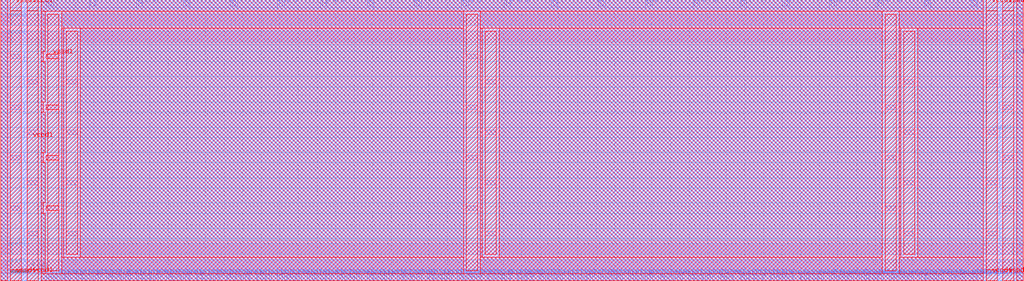
<source format=lef>
##
## LEF for PtnCells ;
## created by Innovus v19.11-s128_1 on Tue Nov 23 23:00:15 2021
##

VERSION 5.7 ;

BUSBITCHARS "[]" ;
DIVIDERCHAR "/" ;

MACRO N_term_RAM_IO
  CLASS BLOCK ;
  SIZE 109.940000 BY 30.260000 ;
  FOREIGN N_term_RAM_IO 0.000000 0.000000 ;
  ORIGIN 0 0 ;
  SYMMETRY X Y R90 ;
  PIN N1END[3]
    DIRECTION INPUT ;
    USE SIGNAL ;
    ANTENNAPARTIALMETALAREA 1.2242 LAYER met2  ;
    ANTENNAPARTIALMETALSIDEAREA 6.013 LAYER met2  ;
    ANTENNAMODEL OXIDE1 ;
    ANTENNAGATEAREA 0.7425 LAYER met2  ;
    ANTENNAMAXAREACAR 4.55946 LAYER met2  ;
    ANTENNAMAXSIDEAREACAR 21.4162 LAYER met2  ;
    ANTENNAMAXCUTCAR 0.0692256 LAYER via2  ;
    PORT
      LAYER met2 ;
        RECT 8.320000 0.000000 8.700000 0.700000 ;
    END
  END N1END[3]
  PIN N1END[2]
    DIRECTION INPUT ;
    USE SIGNAL ;
    ANTENNAPARTIALMETALAREA 0.877 LAYER met2  ;
    ANTENNAPARTIALMETALSIDEAREA 4.277 LAYER met2  ;
    ANTENNAMODEL OXIDE1 ;
    ANTENNAGATEAREA 0.7425 LAYER met2  ;
    ANTENNAMAXAREACAR 3.51697 LAYER met2  ;
    ANTENNAMAXSIDEAREACAR 14.9125 LAYER met2  ;
    ANTENNAMAXCUTCAR 0.0692256 LAYER via2  ;
    PORT
      LAYER met2 ;
        RECT 6.940000 0.000000 7.320000 0.700000 ;
    END
  END N1END[2]
  PIN N1END[1]
    DIRECTION INPUT ;
    USE SIGNAL ;
    ANTENNAPARTIALMETALAREA 1.703 LAYER met2  ;
    ANTENNAPARTIALMETALSIDEAREA 8.407 LAYER met2  ;
    ANTENNAMODEL OXIDE1 ;
    ANTENNAGATEAREA 0.7425 LAYER met2  ;
    ANTENNAMAXAREACAR 4.35037 LAYER met2  ;
    ANTENNAMAXSIDEAREACAR 19.0795 LAYER met2  ;
    ANTENNAMAXCUTCAR 0.0692256 LAYER via2  ;
    PORT
      LAYER met2 ;
        RECT 6.020000 0.000000 6.400000 0.700000 ;
    END
  END N1END[1]
  PIN N1END[0]
    DIRECTION INPUT ;
    USE SIGNAL ;
    ANTENNAPARTIALMETALAREA 1.0548 LAYER met2  ;
    ANTENNAPARTIALMETALSIDEAREA 5.166 LAYER met2  ;
    ANTENNAMODEL OXIDE1 ;
    ANTENNAGATEAREA 0.7425 LAYER met2  ;
    ANTENNAMAXAREACAR 5.19832 LAYER met2  ;
    ANTENNAMAXSIDEAREACAR 23.6168 LAYER met2  ;
    ANTENNAMAXCUTCAR 0.0692256 LAYER via2  ;
    PORT
      LAYER met2 ;
        RECT 5.100000 0.000000 5.480000 0.700000 ;
    END
  END N1END[0]
  PIN N2MID[7]
    DIRECTION INPUT ;
    USE SIGNAL ;
    ANTENNAPARTIALMETALAREA 1.3194 LAYER met2  ;
    ANTENNAPARTIALMETALSIDEAREA 6.489 LAYER met2  ;
    ANTENNAMODEL OXIDE1 ;
    ANTENNAGATEAREA 0.7425 LAYER met2  ;
    ANTENNAMAXAREACAR 7.00626 LAYER met2  ;
    ANTENNAMAXSIDEAREACAR 32.2539 LAYER met2  ;
    ANTENNAMAXCUTCAR 0.0692256 LAYER via2  ;
    PORT
      LAYER met2 ;
        RECT 16.600000 0.000000 16.980000 0.700000 ;
    END
  END N2MID[7]
  PIN N2MID[6]
    DIRECTION INPUT ;
    USE SIGNAL ;
    ANTENNAPARTIALMETALAREA 2.1693 LAYER met2  ;
    ANTENNAPARTIALMETALSIDEAREA 10.6855 LAYER met2  ;
    ANTENNAPARTIALCUTAREA 0.04 LAYER via2  ;
    ANTENNAPARTIALMETALAREA 7.1568 LAYER met3  ;
    ANTENNAPARTIALMETALSIDEAREA 38.64 LAYER met3  ;
    ANTENNAMODEL OXIDE1 ;
    ANTENNAGATEAREA 0.7425 LAYER met3  ;
    ANTENNAMAXAREACAR 10.5099 LAYER met3  ;
    ANTENNAMAXSIDEAREACAR 55.0209 LAYER met3  ;
    ANTENNAMAXCUTCAR 0.123098 LAYER via3  ;
    PORT
      LAYER met2 ;
        RECT 15.680000 0.000000 16.060000 0.700000 ;
    END
  END N2MID[6]
  PIN N2MID[5]
    DIRECTION INPUT ;
    USE SIGNAL ;
    ANTENNAPARTIALMETALAREA 1.1445 LAYER met2  ;
    ANTENNAPARTIALMETALSIDEAREA 5.5615 LAYER met2  ;
    ANTENNAPARTIALCUTAREA 0.04 LAYER via2  ;
    ANTENNAPARTIALMETALAREA 7.4328 LAYER met3  ;
    ANTENNAPARTIALMETALSIDEAREA 40.112 LAYER met3  ;
    ANTENNAMODEL OXIDE1 ;
    ANTENNAGATEAREA 0.7425 LAYER met3  ;
    ANTENNAMAXAREACAR 11.3033 LAYER met3  ;
    ANTENNAMAXSIDEAREACAR 59.0209 LAYER met3  ;
    ANTENNAMAXCUTCAR 0.123098 LAYER via3  ;
    PORT
      LAYER met2 ;
        RECT 14.760000 0.000000 15.140000 0.700000 ;
    END
  END N2MID[5]
  PIN N2MID[4]
    DIRECTION INPUT ;
    USE SIGNAL ;
    ANTENNAPARTIALMETALAREA 1.5574 LAYER met2  ;
    ANTENNAPARTIALMETALSIDEAREA 7.679 LAYER met2  ;
    ANTENNAMODEL OXIDE1 ;
    ANTENNAGATEAREA 0.7425 LAYER met2  ;
    ANTENNAMAXAREACAR 5.87037 LAYER met2  ;
    ANTENNAMAXSIDEAREACAR 27.5724 LAYER met2  ;
    ANTENNAMAXCUTCAR 0.0692256 LAYER via2  ;
    PORT
      LAYER met2 ;
        RECT 13.380000 0.000000 13.760000 0.700000 ;
    END
  END N2MID[4]
  PIN N2MID[3]
    DIRECTION INPUT ;
    USE SIGNAL ;
    ANTENNAPARTIALMETALAREA 2.4142 LAYER met2  ;
    ANTENNAPARTIALMETALSIDEAREA 11.963 LAYER met2  ;
    ANTENNAMODEL OXIDE1 ;
    ANTENNAGATEAREA 0.7425 LAYER met2  ;
    ANTENNAMAXAREACAR 8.15704 LAYER met2  ;
    ANTENNAMAXSIDEAREACAR 39.404 LAYER met2  ;
    ANTENNAMAXCUTCAR 0.0692256 LAYER via2  ;
    PORT
      LAYER met2 ;
        RECT 12.460000 0.000000 12.840000 0.700000 ;
    END
  END N2MID[3]
  PIN N2MID[2]
    DIRECTION INPUT ;
    USE SIGNAL ;
    ANTENNAPARTIALMETALAREA 0.7175 LAYER met2  ;
    ANTENNAPARTIALMETALSIDEAREA 3.4265 LAYER met2  ;
    ANTENNAPARTIALCUTAREA 0.04 LAYER via2  ;
    ANTENNAPARTIALMETALAREA 10.1448 LAYER met3  ;
    ANTENNAPARTIALMETALSIDEAREA 54.576 LAYER met3  ;
    ANTENNAMODEL OXIDE1 ;
    ANTENNAGATEAREA 0.7425 LAYER met3  ;
    ANTENNAMAXAREACAR 16.8018 LAYER met3  ;
    ANTENNAMAXSIDEAREACAR 87.7306 LAYER met3  ;
    ANTENNAMAXCUTCAR 0.123098 LAYER via3  ;
    PORT
      LAYER met2 ;
        RECT 11.540000 0.000000 11.920000 0.700000 ;
    END
  END N2MID[2]
  PIN N2MID[1]
    DIRECTION INPUT ;
    USE SIGNAL ;
    ANTENNAPARTIALMETALAREA 1.9858 LAYER met2  ;
    ANTENNAPARTIALMETALSIDEAREA 9.821 LAYER met2  ;
    ANTENNAMODEL OXIDE1 ;
    ANTENNAGATEAREA 0.7425 LAYER met2  ;
    ANTENNAMAXAREACAR 7.31987 LAYER met2  ;
    ANTENNAMAXSIDEAREACAR 35.2182 LAYER met2  ;
    ANTENNAMAXCUTCAR 0.0692256 LAYER via2  ;
    PORT
      LAYER met2 ;
        RECT 10.160000 0.000000 10.540000 0.700000 ;
    END
  END N2MID[1]
  PIN N2MID[0]
    DIRECTION INPUT ;
    USE SIGNAL ;
    ANTENNAPARTIALMETALAREA 1.6569 LAYER met2  ;
    ANTENNAPARTIALMETALSIDEAREA 8.1235 LAYER met2  ;
    ANTENNAPARTIALCUTAREA 0.04 LAYER via2  ;
    ANTENNAPARTIALMETALAREA 8.9508 LAYER met3  ;
    ANTENNAPARTIALMETALSIDEAREA 48.208 LAYER met3  ;
    ANTENNAMODEL OXIDE1 ;
    ANTENNAGATEAREA 0.7425 LAYER met3  ;
    ANTENNAMAXAREACAR 13.101 LAYER met3  ;
    ANTENNAMAXSIDEAREACAR 68.7838 LAYER met3  ;
    ANTENNAMAXCUTCAR 0.123098 LAYER via3  ;
    PORT
      LAYER met2 ;
        RECT 9.240000 0.000000 9.620000 0.700000 ;
    END
  END N2MID[0]
  PIN N2END[7]
    DIRECTION INPUT ;
    USE SIGNAL ;
    ANTENNAPARTIALMETALAREA 1.2242 LAYER met2  ;
    ANTENNAPARTIALMETALSIDEAREA 6.013 LAYER met2  ;
    ANTENNAMODEL OXIDE1 ;
    ANTENNAGATEAREA 0.7425 LAYER met2  ;
    ANTENNAMAXAREACAR 2.28034 LAYER met2  ;
    ANTENNAMAXSIDEAREACAR 9.62222 LAYER met2  ;
    ANTENNAMAXCUTCAR 0.0692256 LAYER via2  ;
    PORT
      LAYER met2 ;
        RECT 25.340000 0.000000 25.720000 0.700000 ;
    END
  END N2END[7]
  PIN N2END[6]
    DIRECTION INPUT ;
    USE SIGNAL ;
    ANTENNAPARTIALMETALAREA 0.8434 LAYER met2  ;
    ANTENNAPARTIALMETALSIDEAREA 4.109 LAYER met2  ;
    ANTENNAMODEL OXIDE1 ;
    ANTENNAGATEAREA 0.7425 LAYER met2  ;
    ANTENNAMAXAREACAR 1.99327 LAYER met2  ;
    ANTENNAMAXSIDEAREACAR 8.58519 LAYER met2  ;
    ANTENNAMAXCUTCAR 0.0692256 LAYER via2  ;
    PORT
      LAYER met2 ;
        RECT 24.420000 0.000000 24.800000 0.700000 ;
    END
  END N2END[6]
  PIN N2END[5]
    DIRECTION INPUT ;
    USE SIGNAL ;
    ANTENNAPARTIALMETALAREA 1.129 LAYER met2  ;
    ANTENNAPARTIALMETALSIDEAREA 5.537 LAYER met2  ;
    ANTENNAMODEL OXIDE1 ;
    ANTENNAGATEAREA 0.7425 LAYER met2  ;
    ANTENNAMAXAREACAR 4.19333 LAYER met2  ;
    ANTENNAMAXSIDEAREACAR 18.5919 LAYER met2  ;
    ANTENNAMAXCUTCAR 0.0692256 LAYER via2  ;
    PORT
      LAYER met2 ;
        RECT 23.040000 0.000000 23.420000 0.700000 ;
    END
  END N2END[5]
  PIN N2END[4]
    DIRECTION INPUT ;
    USE SIGNAL ;
    ANTENNAPARTIALMETALAREA 1.5098 LAYER met2  ;
    ANTENNAPARTIALMETALSIDEAREA 7.441 LAYER met2  ;
    ANTENNAMODEL OXIDE1 ;
    ANTENNAGATEAREA 0.7425 LAYER met2  ;
    ANTENNAMAXAREACAR 5.25145 LAYER met2  ;
    ANTENNAMAXSIDEAREACAR 24.8761 LAYER met2  ;
    ANTENNAMAXCUTCAR 0.0692256 LAYER via2  ;
    PORT
      LAYER met2 ;
        RECT 22.120000 0.000000 22.500000 0.700000 ;
    END
  END N2END[4]
  PIN N2END[3]
    DIRECTION INPUT ;
    USE SIGNAL ;
    ANTENNAPARTIALMETALAREA 0.9174 LAYER met2  ;
    ANTENNAPARTIALMETALSIDEAREA 4.361 LAYER met2  ;
    ANTENNAMODEL OXIDE1 ;
    ANTENNAGATEAREA 0.7425 LAYER met2  ;
    ANTENNAMAXAREACAR 3.82162 LAYER met2  ;
    ANTENNAMAXSIDEAREACAR 16.5744 LAYER met2  ;
    ANTENNAMAXCUTCAR 0.0692256 LAYER via2  ;
    PORT
      LAYER met2 ;
        RECT 21.200000 0.000000 21.580000 0.700000 ;
    END
  END N2END[3]
  PIN N2END[2]
    DIRECTION INPUT ;
    USE SIGNAL ;
    ANTENNAPARTIALMETALAREA 2.067 LAYER met2  ;
    ANTENNAPARTIALMETALSIDEAREA 10.227 LAYER met2  ;
    ANTENNAMODEL OXIDE1 ;
    ANTENNAGATEAREA 0.7425 LAYER met2  ;
    ANTENNAMAXAREACAR 4.59818 LAYER met2  ;
    ANTENNAMAXSIDEAREACAR 20.9138 LAYER met2  ;
    ANTENNAMAXCUTCAR 0.0692256 LAYER via2  ;
    PORT
      LAYER met2 ;
        RECT 19.820000 0.000000 20.200000 0.700000 ;
    END
  END N2END[2]
  PIN N2END[1]
    DIRECTION INPUT ;
    USE SIGNAL ;
    ANTENNAPARTIALMETALAREA 1.717 LAYER met2  ;
    ANTENNAPARTIALMETALSIDEAREA 8.477 LAYER met2  ;
    ANTENNAMODEL OXIDE1 ;
    ANTENNAGATEAREA 0.7425 LAYER met2  ;
    ANTENNAMAXAREACAR 3.79394 LAYER met2  ;
    ANTENNAMAXSIDEAREACAR 17.5886 LAYER met2  ;
    ANTENNAMAXCUTCAR 0.0692256 LAYER via2  ;
    PORT
      LAYER met2 ;
        RECT 18.900000 0.000000 19.280000 0.700000 ;
    END
  END N2END[1]
  PIN N2END[0]
    DIRECTION INPUT ;
    USE SIGNAL ;
    ANTENNAPARTIALMETALAREA 1.0126 LAYER met2  ;
    ANTENNAPARTIALMETALSIDEAREA 4.837 LAYER met2  ;
    ANTENNAMODEL OXIDE1 ;
    ANTENNAGATEAREA 0.7425 LAYER met2  ;
    ANTENNAMAXAREACAR 2.41158 LAYER met2  ;
    ANTENNAMAXSIDEAREACAR 10.5178 LAYER met2  ;
    ANTENNAMAXCUTCAR 0.0692256 LAYER via2  ;
    PORT
      LAYER met2 ;
        RECT 17.980000 0.000000 18.360000 0.700000 ;
    END
  END N2END[0]
  PIN N4END[15]
    DIRECTION INPUT ;
    USE SIGNAL ;
    ANTENNAPARTIALMETALAREA 0.9384 LAYER met2  ;
    ANTENNAPARTIALMETALSIDEAREA 4.466 LAYER met2  ;
    ANTENNAMODEL OXIDE1 ;
    ANTENNAGATEAREA 0.7425 LAYER met2  ;
    ANTENNAMAXAREACAR 2.84141 LAYER met2  ;
    ANTENNAMAXSIDEAREACAR 10.9731 LAYER met2  ;
    ANTENNAMAXCUTCAR 0.0692256 LAYER via2  ;
    PORT
      LAYER met2 ;
        RECT 42.820000 0.000000 43.200000 0.700000 ;
    END
  END N4END[15]
  PIN N4END[14]
    DIRECTION INPUT ;
    USE SIGNAL ;
    ANTENNAPARTIALMETALAREA 1.129 LAYER met2  ;
    ANTENNAPARTIALMETALSIDEAREA 5.537 LAYER met2  ;
    ANTENNAMODEL OXIDE1 ;
    ANTENNAGATEAREA 0.7425 LAYER met2  ;
    ANTENNAMAXAREACAR 5.34572 LAYER met2  ;
    ANTENNAMAXSIDEAREACAR 25.3475 LAYER met2  ;
    ANTENNAMAXCUTCAR 0.0692256 LAYER via2  ;
    PORT
      LAYER met2 ;
        RECT 41.440000 0.000000 41.820000 0.700000 ;
    END
  END N4END[14]
  PIN N4END[13]
    DIRECTION INPUT ;
    USE SIGNAL ;
    ANTENNAPARTIALMETALAREA 1.7266 LAYER met2  ;
    ANTENNAPARTIALMETALSIDEAREA 8.407 LAYER met2  ;
    ANTENNAMODEL OXIDE1 ;
    ANTENNAGATEAREA 0.7425 LAYER met2  ;
    ANTENNAMAXAREACAR 2.78559 LAYER met2  ;
    ANTENNAMAXSIDEAREACAR 12.4788 LAYER met2  ;
    ANTENNAMAXCUTCAR 0.0692256 LAYER via2  ;
    PORT
      LAYER met2 ;
        RECT 40.520000 0.000000 40.900000 0.700000 ;
    END
  END N4END[13]
  PIN N4END[12]
    DIRECTION INPUT ;
    USE SIGNAL ;
    ANTENNAPARTIALMETALAREA 1.7213 LAYER met2  ;
    ANTENNAPARTIALMETALSIDEAREA 8.4455 LAYER met2  ;
    ANTENNAPARTIALCUTAREA 0.04 LAYER via2  ;
    ANTENNAPARTIALMETALAREA 10.4688 LAYER met3  ;
    ANTENNAPARTIALMETALSIDEAREA 56.304 LAYER met3  ;
    ANTENNAMODEL OXIDE1 ;
    ANTENNAGATEAREA 0.7425 LAYER met3  ;
    ANTENNAMAXAREACAR 14.7985 LAYER met3  ;
    ANTENNAMAXSIDEAREACAR 77.9529 LAYER met3  ;
    ANTENNAMAXCUTCAR 0.123098 LAYER via3  ;
    PORT
      LAYER met2 ;
        RECT 39.600000 0.000000 39.980000 0.700000 ;
    END
  END N4END[12]
  PIN N4END[11]
    DIRECTION INPUT ;
    USE SIGNAL ;
    ANTENNAPARTIALMETALAREA 2.5834 LAYER met2  ;
    ANTENNAPARTIALMETALSIDEAREA 12.691 LAYER met2  ;
    ANTENNAMODEL OXIDE1 ;
    ANTENNAGATEAREA 0.7425 LAYER met2  ;
    ANTENNAMAXAREACAR 4.19939 LAYER met2  ;
    ANTENNAMAXSIDEAREACAR 18.5542 LAYER met2  ;
    ANTENNAMAXCUTCAR 0.0692256 LAYER via2  ;
    PORT
      LAYER met2 ;
        RECT 38.220000 0.000000 38.600000 0.700000 ;
    END
  END N4END[11]
  PIN N4END[10]
    DIRECTION INPUT ;
    USE SIGNAL ;
    ANTENNAPARTIALMETALAREA 3.1406 LAYER met2  ;
    ANTENNAPARTIALMETALSIDEAREA 15.477 LAYER met2  ;
    ANTENNAMODEL OXIDE1 ;
    ANTENNAGATEAREA 0.7425 LAYER met2  ;
    ANTENNAMAXAREACAR 4.75717 LAYER met2  ;
    ANTENNAMAXSIDEAREACAR 22.2458 LAYER met2  ;
    ANTENNAMAXCUTCAR 0.0692256 LAYER via2  ;
    PORT
      LAYER met2 ;
        RECT 37.300000 0.000000 37.680000 0.700000 ;
    END
  END N4END[10]
  PIN N4END[9]
    DIRECTION INPUT ;
    USE SIGNAL ;
    ANTENNAPARTIALMETALAREA 1.0602 LAYER met2  ;
    ANTENNAPARTIALMETALSIDEAREA 5.075 LAYER met2  ;
    ANTENNAMODEL OXIDE1 ;
    ANTENNAGATEAREA 0.7425 LAYER met2  ;
    ANTENNAMAXAREACAR 1.88808 LAYER met2  ;
    ANTENNAMAXSIDEAREACAR 7.99125 LAYER met2  ;
    ANTENNAMAXCUTCAR 0.0692256 LAYER via2  ;
    PORT
      LAYER met2 ;
        RECT 36.380000 0.000000 36.760000 0.700000 ;
    END
  END N4END[9]
  PIN N4END[8]
    DIRECTION INPUT ;
    USE SIGNAL ;
    ANTENNAPARTIALMETALAREA 2.1622 LAYER met2  ;
    ANTENNAPARTIALMETALSIDEAREA 10.703 LAYER met2  ;
    ANTENNAMODEL OXIDE1 ;
    ANTENNAGATEAREA 0.7425 LAYER met2  ;
    ANTENNAMAXAREACAR 6.91071 LAYER met2  ;
    ANTENNAMAXSIDEAREACAR 33.1724 LAYER met2  ;
    ANTENNAMAXCUTCAR 0.0692256 LAYER via2  ;
    PORT
      LAYER met2 ;
        RECT 35.000000 0.000000 35.380000 0.700000 ;
    END
  END N4END[8]
  PIN N4END[7]
    DIRECTION INPUT ;
    USE SIGNAL ;
    ANTENNAPARTIALMETALAREA 1.9985 LAYER met2  ;
    ANTENNAPARTIALMETALSIDEAREA 9.8315 LAYER met2  ;
    ANTENNAPARTIALCUTAREA 0.04 LAYER via2  ;
    ANTENNAPARTIALMETALAREA 9.5478 LAYER met3  ;
    ANTENNAPARTIALMETALSIDEAREA 51.392 LAYER met3  ;
    ANTENNAMODEL OXIDE1 ;
    ANTENNAGATEAREA 0.7425 LAYER met3  ;
    ANTENNAMAXAREACAR 13.692 LAYER met3  ;
    ANTENNAMAXSIDEAREACAR 71.837 LAYER met3  ;
    ANTENNAMAXCUTCAR 0.123098 LAYER via3  ;
    PORT
      LAYER met2 ;
        RECT 34.080000 0.000000 34.460000 0.700000 ;
    END
  END N4END[7]
  PIN N4END[6]
    DIRECTION INPUT ;
    USE SIGNAL ;
    ANTENNAPARTIALMETALAREA 1.3153 LAYER met2  ;
    ANTENNAPARTIALMETALSIDEAREA 6.4155 LAYER met2  ;
    ANTENNAPARTIALCUTAREA 0.04 LAYER via2  ;
    ANTENNAPARTIALMETALAREA 9.3648 LAYER met3  ;
    ANTENNAPARTIALMETALSIDEAREA 50.416 LAYER met3  ;
    ANTENNAMODEL OXIDE1 ;
    ANTENNAGATEAREA 0.7425 LAYER met3  ;
    ANTENNAMAXAREACAR 13.7363 LAYER met3  ;
    ANTENNAMAXSIDEAREACAR 72.1441 LAYER met3  ;
    ANTENNAMAXCUTCAR 0.123098 LAYER via3  ;
    PORT
      LAYER met2 ;
        RECT 33.160000 0.000000 33.540000 0.700000 ;
    END
  END N4END[6]
  PIN N4END[5]
    DIRECTION INPUT ;
    USE SIGNAL ;
    ANTENNAPARTIALMETALAREA 1.2982 LAYER met2  ;
    ANTENNAPARTIALMETALSIDEAREA 6.265 LAYER met2  ;
    ANTENNAMODEL OXIDE1 ;
    ANTENNAGATEAREA 0.7425 LAYER met2  ;
    ANTENNAMAXAREACAR 2.29683 LAYER met2  ;
    ANTENNAMAXSIDEAREACAR 9.64108 LAYER met2  ;
    ANTENNAMAXCUTCAR 0.0692256 LAYER via2  ;
    PORT
      LAYER met2 ;
        RECT 31.780000 0.000000 32.160000 0.700000 ;
    END
  END N4END[5]
  PIN N4END[4]
    DIRECTION INPUT ;
    USE SIGNAL ;
    ANTENNAPARTIALMETALAREA 1.9646 LAYER met2  ;
    ANTENNAPARTIALMETALSIDEAREA 9.597 LAYER met2  ;
    ANTENNAMODEL OXIDE1 ;
    ANTENNAGATEAREA 0.7425 LAYER met2  ;
    ANTENNAMAXAREACAR 3.17333 LAYER met2  ;
    ANTENNAMAXSIDEAREACAR 14.3266 LAYER met2  ;
    ANTENNAMAXCUTCAR 0.0692256 LAYER via2  ;
    PORT
      LAYER met2 ;
        RECT 30.860000 0.000000 31.240000 0.700000 ;
    END
  END N4END[4]
  PIN N4END[3]
    DIRECTION INPUT ;
    USE SIGNAL ;
    ANTENNAPARTIALMETALAREA 1.6526 LAYER met2  ;
    ANTENNAPARTIALMETALSIDEAREA 8.155 LAYER met2  ;
    ANTENNAMODEL OXIDE1 ;
    ANTENNAGATEAREA 0.7425 LAYER met2  ;
    ANTENNAMAXAREACAR 6.00377 LAYER met2  ;
    ANTENNAMAXSIDEAREACAR 28.6377 LAYER met2  ;
    ANTENNAMAXCUTCAR 0.0692256 LAYER via2  ;
    PORT
      LAYER met2 ;
        RECT 29.940000 0.000000 30.320000 0.700000 ;
    END
  END N4END[3]
  PIN N4END[2]
    DIRECTION INPUT ;
    USE SIGNAL ;
    ANTENNAPARTIALMETALAREA 0.7958 LAYER met2  ;
    ANTENNAPARTIALMETALSIDEAREA 3.871 LAYER met2  ;
    ANTENNAMODEL OXIDE1 ;
    ANTENNAGATEAREA 0.7425 LAYER met2  ;
    ANTENNAMAXAREACAR 7.53859 LAYER met2  ;
    ANTENNAMAXSIDEAREACAR 36.3118 LAYER met2  ;
    ANTENNAMAXCUTCAR 0.0692256 LAYER via2  ;
    PORT
      LAYER met2 ;
        RECT 28.560000 0.000000 28.940000 0.700000 ;
    END
  END N4END[2]
  PIN N4END[1]
    DIRECTION INPUT ;
    USE SIGNAL ;
    ANTENNAPARTIALMETALAREA 1.077 LAYER met2  ;
    ANTENNAPARTIALMETALSIDEAREA 5.159 LAYER met2  ;
    ANTENNAMODEL OXIDE1 ;
    ANTENNAGATEAREA 0.7425 LAYER met2  ;
    ANTENNAMAXAREACAR 2.06465 LAYER met2  ;
    ANTENNAMAXSIDEAREACAR 8.78316 LAYER met2  ;
    ANTENNAMAXCUTCAR 0.0692256 LAYER via2  ;
    PORT
      LAYER met2 ;
        RECT 27.640000 0.000000 28.020000 0.700000 ;
    END
  END N4END[1]
  PIN N4END[0]
    DIRECTION INPUT ;
    USE SIGNAL ;
    ANTENNAPARTIALMETALAREA 2.0414 LAYER met2  ;
    ANTENNAPARTIALMETALSIDEAREA 9.863 LAYER met2  ;
    ANTENNAMODEL OXIDE1 ;
    ANTENNAGATEAREA 0.7425 LAYER met2  ;
    ANTENNAMAXAREACAR 3.20956 LAYER met2  ;
    ANTENNAMAXSIDEAREACAR 14.4397 LAYER met2  ;
    ANTENNAMAXCUTCAR 0.0692256 LAYER via2  ;
    PORT
      LAYER met2 ;
        RECT 26.260000 0.000000 26.640000 0.700000 ;
    END
  END N4END[0]
  PIN S1BEG[3]
    DIRECTION OUTPUT ;
    USE SIGNAL ;
    ANTENNADIFFAREA 1.782 LAYER met2  ;
    ANTENNAPARTIALMETALAREA 0.965 LAYER met2  ;
    ANTENNAPARTIALMETALSIDEAREA 4.599 LAYER met2  ;
    PORT
      LAYER met2 ;
        RECT 46.960000 0.000000 47.340000 0.700000 ;
    END
  END S1BEG[3]
  PIN S1BEG[2]
    DIRECTION OUTPUT ;
    USE SIGNAL ;
    ANTENNADIFFAREA 1.782 LAYER met2  ;
    ANTENNAPARTIALMETALAREA 1.791 LAYER met2  ;
    ANTENNAPARTIALMETALSIDEAREA 8.729 LAYER met2  ;
    PORT
      LAYER met2 ;
        RECT 46.040000 0.000000 46.420000 0.700000 ;
    END
  END S1BEG[2]
  PIN S1BEG[1]
    DIRECTION OUTPUT ;
    USE SIGNAL ;
    ANTENNADIFFAREA 1.782 LAYER met2  ;
    ANTENNAPARTIALMETALAREA 0.9476 LAYER met2  ;
    ANTENNAPARTIALMETALSIDEAREA 4.62 LAYER met2  ;
    PORT
      LAYER met2 ;
        RECT 44.660000 0.000000 45.040000 0.700000 ;
    END
  END S1BEG[1]
  PIN S1BEG[0]
    DIRECTION OUTPUT ;
    USE SIGNAL ;
    ANTENNADIFFAREA 1.782 LAYER met2  ;
    ANTENNAPARTIALMETALAREA 1.3626 LAYER met2  ;
    ANTENNAPARTIALMETALSIDEAREA 6.587 LAYER met2  ;
    PORT
      LAYER met2 ;
        RECT 43.740000 0.000000 44.120000 0.700000 ;
    END
  END S1BEG[0]
  PIN S2BEG[7]
    DIRECTION OUTPUT ;
    USE SIGNAL ;
    ANTENNADIFFAREA 1.782 LAYER met2  ;
    ANTENNAPARTIALMETALAREA 1.7506 LAYER met2  ;
    ANTENNAPARTIALMETALSIDEAREA 8.645 LAYER met2  ;
    PORT
      LAYER met2 ;
        RECT 64.440000 0.000000 64.820000 0.700000 ;
    END
  END S2BEG[7]
  PIN S2BEG[6]
    DIRECTION OUTPUT ;
    USE SIGNAL ;
    ANTENNADIFFAREA 1.782 LAYER met2  ;
    ANTENNAPARTIALMETALAREA 2.5218 LAYER met2  ;
    ANTENNAPARTIALMETALSIDEAREA 12.383 LAYER met2  ;
    PORT
      LAYER met2 ;
        RECT 63.060000 0.000000 63.440000 0.700000 ;
    END
  END S2BEG[6]
  PIN S2BEG[5]
    DIRECTION OUTPUT ;
    USE SIGNAL ;
    ANTENNADIFFAREA 1.782 LAYER met2  ;
    ANTENNAPARTIALMETALAREA 2.1886 LAYER met2  ;
    ANTENNAPARTIALMETALSIDEAREA 10.717 LAYER met2  ;
    PORT
      LAYER met2 ;
        RECT 62.140000 0.000000 62.520000 0.700000 ;
    END
  END S2BEG[5]
  PIN S2BEG[4]
    DIRECTION OUTPUT ;
    USE SIGNAL ;
    ANTENNADIFFAREA 1.782 LAYER met2  ;
    ANTENNAPARTIALMETALAREA 2.655 LAYER met2  ;
    ANTENNAPARTIALMETALSIDEAREA 13.167 LAYER met2  ;
    PORT
      LAYER met2 ;
        RECT 61.220000 0.000000 61.600000 0.700000 ;
    END
  END S2BEG[4]
  PIN S2BEG[3]
    DIRECTION OUTPUT ;
    USE SIGNAL ;
    ANTENNAPARTIALMETALAREA 1.6077 LAYER met2  ;
    ANTENNAPARTIALMETALSIDEAREA 7.7595 LAYER met2  ;
    ANTENNAPARTIALCUTAREA 0.04 LAYER via2  ;
    ANTENNADIFFAREA 1.782 LAYER met3  ;
    ANTENNAPARTIALMETALAREA 4.8108 LAYER met3  ;
    ANTENNAPARTIALMETALSIDEAREA 26.128 LAYER met3  ;
    PORT
      LAYER met2 ;
        RECT 59.840000 0.000000 60.220000 0.700000 ;
    END
  END S2BEG[3]
  PIN S2BEG[2]
    DIRECTION OUTPUT ;
    USE SIGNAL ;
    ANTENNADIFFAREA 1.782 LAYER met2  ;
    ANTENNAPARTIALMETALAREA 0.9862 LAYER met2  ;
    ANTENNAPARTIALMETALSIDEAREA 4.823 LAYER met2  ;
    PORT
      LAYER met2 ;
        RECT 58.920000 0.000000 59.300000 0.700000 ;
    END
  END S2BEG[2]
  PIN S2BEG[1]
    DIRECTION OUTPUT ;
    USE SIGNAL ;
    ANTENNAPARTIALMETALAREA 1.8277 LAYER met2  ;
    ANTENNAPARTIALMETALSIDEAREA 8.9775 LAYER met2  ;
    ANTENNAPARTIALCUTAREA 0.04 LAYER via2  ;
    ANTENNADIFFAREA 1.782 LAYER met3  ;
    ANTENNAPARTIALMETALAREA 2.0508 LAYER met3  ;
    ANTENNAPARTIALMETALSIDEAREA 11.408 LAYER met3  ;
    PORT
      LAYER met2 ;
        RECT 58.000000 0.000000 58.380000 0.700000 ;
    END
  END S2BEG[1]
  PIN S2BEG[0]
    DIRECTION OUTPUT ;
    USE SIGNAL ;
    ANTENNADIFFAREA 1.782 LAYER met2  ;
    ANTENNAPARTIALMETALAREA 1.3626 LAYER met2  ;
    ANTENNAPARTIALMETALSIDEAREA 6.587 LAYER met2  ;
    PORT
      LAYER met2 ;
        RECT 56.620000 0.000000 57.000000 0.700000 ;
    END
  END S2BEG[0]
  PIN S2BEGb[7]
    DIRECTION OUTPUT ;
    USE SIGNAL ;
    ANTENNADIFFAREA 1.782 LAYER met2  ;
    ANTENNAPARTIALMETALAREA 1.0602 LAYER met2  ;
    ANTENNAPARTIALMETALSIDEAREA 5.075 LAYER met2  ;
    PORT
      LAYER met2 ;
        RECT 55.700000 0.000000 56.080000 0.700000 ;
    END
  END S2BEGb[7]
  PIN S2BEGb[6]
    DIRECTION OUTPUT ;
    USE SIGNAL ;
    ANTENNAPARTIALMETALAREA 0.8029 LAYER met2  ;
    ANTENNAPARTIALMETALSIDEAREA 3.8535 LAYER met2  ;
    ANTENNAPARTIALCUTAREA 0.04 LAYER via2  ;
    ANTENNADIFFAREA 1.782 LAYER met3  ;
    ANTENNAPARTIALMETALAREA 8.2128 LAYER met3  ;
    ANTENNAPARTIALMETALSIDEAREA 44.272 LAYER met3  ;
    PORT
      LAYER met2 ;
        RECT 54.320000 0.000000 54.700000 0.700000 ;
    END
  END S2BEGb[6]
  PIN S2BEGb[5]
    DIRECTION OUTPUT ;
    USE SIGNAL ;
    ANTENNADIFFAREA 1.782 LAYER met2  ;
    ANTENNAPARTIALMETALAREA 2.1886 LAYER met2  ;
    ANTENNAPARTIALMETALSIDEAREA 10.717 LAYER met2  ;
    PORT
      LAYER met2 ;
        RECT 53.400000 0.000000 53.780000 0.700000 ;
    END
  END S2BEGb[5]
  PIN S2BEGb[4]
    DIRECTION OUTPUT ;
    USE SIGNAL ;
    ANTENNADIFFAREA 1.782 LAYER met2  ;
    ANTENNAPARTIALMETALAREA 1.1318 LAYER met2  ;
    ANTENNAPARTIALMETALSIDEAREA 5.551 LAYER met2  ;
    PORT
      LAYER met2 ;
        RECT 52.480000 0.000000 52.860000 0.700000 ;
    END
  END S2BEGb[4]
  PIN S2BEGb[3]
    DIRECTION OUTPUT ;
    USE SIGNAL ;
    ANTENNADIFFAREA 1.782 LAYER met2  ;
    ANTENNAPARTIALMETALAREA 1.5742 LAYER met2  ;
    ANTENNAPARTIALMETALSIDEAREA 7.763 LAYER met2  ;
    PORT
      LAYER met2 ;
        RECT 51.100000 0.000000 51.480000 0.700000 ;
    END
  END S2BEGb[3]
  PIN S2BEGb[2]
    DIRECTION OUTPUT ;
    USE SIGNAL ;
    ANTENNADIFFAREA 1.782 LAYER met2  ;
    ANTENNAPARTIALMETALAREA 1.4482 LAYER met2  ;
    ANTENNAPARTIALMETALSIDEAREA 7.133 LAYER met2  ;
    PORT
      LAYER met2 ;
        RECT 50.180000 0.000000 50.560000 0.700000 ;
    END
  END S2BEGb[2]
  PIN S2BEGb[1]
    DIRECTION OUTPUT ;
    USE SIGNAL ;
    ANTENNADIFFAREA 1.782 LAYER met2  ;
    ANTENNAPARTIALMETALAREA 0.965 LAYER met2  ;
    ANTENNAPARTIALMETALSIDEAREA 4.599 LAYER met2  ;
    PORT
      LAYER met2 ;
        RECT 49.260000 0.000000 49.640000 0.700000 ;
    END
  END S2BEGb[1]
  PIN S2BEGb[0]
    DIRECTION OUTPUT ;
    USE SIGNAL ;
    ANTENNADIFFAREA 1.782 LAYER met2  ;
    ANTENNAPARTIALMETALAREA 1.3626 LAYER met2  ;
    ANTENNAPARTIALMETALSIDEAREA 6.587 LAYER met2  ;
    PORT
      LAYER met2 ;
        RECT 47.880000 0.000000 48.260000 0.700000 ;
    END
  END S2BEGb[0]
  PIN S4BEG[15]
    DIRECTION OUTPUT ;
    USE SIGNAL ;
    ANTENNADIFFAREA 1.782 LAYER met2  ;
    ANTENNAPARTIALMETALAREA 1.3458 LAYER met2  ;
    ANTENNAPARTIALMETALSIDEAREA 6.503 LAYER met2  ;
    PORT
      LAYER met2 ;
        RECT 81.460000 0.000000 81.840000 0.700000 ;
    END
  END S4BEG[15]
  PIN S4BEG[14]
    DIRECTION OUTPUT ;
    USE SIGNAL ;
    ANTENNADIFFAREA 1.782 LAYER met2  ;
    ANTENNAPARTIALMETALAREA 1.0126 LAYER met2  ;
    ANTENNAPARTIALMETALSIDEAREA 4.837 LAYER met2  ;
    PORT
      LAYER met2 ;
        RECT 80.540000 0.000000 80.920000 0.700000 ;
    END
  END S4BEG[14]
  PIN S4BEG[13]
    DIRECTION OUTPUT ;
    USE SIGNAL ;
    ANTENNADIFFAREA 1.782 LAYER met2  ;
    ANTENNAPARTIALMETALAREA 1.1794 LAYER met2  ;
    ANTENNAPARTIALMETALSIDEAREA 5.789 LAYER met2  ;
    PORT
      LAYER met2 ;
        RECT 79.620000 0.000000 80.000000 0.700000 ;
    END
  END S4BEG[13]
  PIN S4BEG[12]
    DIRECTION OUTPUT ;
    USE SIGNAL ;
    ANTENNADIFFAREA 1.782 LAYER met2  ;
    ANTENNAPARTIALMETALAREA 1.7002 LAYER met2  ;
    ANTENNAPARTIALMETALSIDEAREA 8.393 LAYER met2  ;
    PORT
      LAYER met2 ;
        RECT 78.240000 0.000000 78.620000 0.700000 ;
    END
  END S4BEG[12]
  PIN S4BEG[11]
    DIRECTION OUTPUT ;
    USE SIGNAL ;
    ANTENNADIFFAREA 1.782 LAYER met2  ;
    ANTENNAPARTIALMETALAREA 1.791 LAYER met2  ;
    ANTENNAPARTIALMETALSIDEAREA 8.729 LAYER met2  ;
    PORT
      LAYER met2 ;
        RECT 77.320000 0.000000 77.700000 0.700000 ;
    END
  END S4BEG[11]
  PIN S4BEG[10]
    DIRECTION OUTPUT ;
    USE SIGNAL ;
    ANTENNADIFFAREA 1.782 LAYER met2  ;
    ANTENNAPARTIALMETALAREA 1.1766 LAYER met2  ;
    ANTENNAPARTIALMETALSIDEAREA 5.775 LAYER met2  ;
    PORT
      LAYER met2 ;
        RECT 75.940000 0.000000 76.320000 0.700000 ;
    END
  END S4BEG[10]
  PIN S4BEG[9]
    DIRECTION OUTPUT ;
    USE SIGNAL ;
    ANTENNADIFFAREA 1.782 LAYER met2  ;
    ANTENNAPARTIALMETALAREA 1.6218 LAYER met2  ;
    ANTENNAPARTIALMETALSIDEAREA 8.001 LAYER met2  ;
    PORT
      LAYER met2 ;
        RECT 75.020000 0.000000 75.400000 0.700000 ;
    END
  END S4BEG[9]
  PIN S4BEG[8]
    DIRECTION OUTPUT ;
    USE SIGNAL ;
    ANTENNADIFFAREA 1.782 LAYER met2  ;
    ANTENNAPARTIALMETALAREA 2.0026 LAYER met2  ;
    ANTENNAPARTIALMETALSIDEAREA 9.905 LAYER met2  ;
    PORT
      LAYER met2 ;
        RECT 74.100000 0.000000 74.480000 0.700000 ;
    END
  END S4BEG[8]
  PIN S4BEG[7]
    DIRECTION OUTPUT ;
    USE SIGNAL ;
    ANTENNADIFFAREA 1.782 LAYER met2  ;
    ANTENNAPARTIALMETALAREA 2.1146 LAYER met2  ;
    ANTENNAPARTIALMETALSIDEAREA 10.465 LAYER met2  ;
    PORT
      LAYER met2 ;
        RECT 72.720000 0.000000 73.100000 0.700000 ;
    END
  END S4BEG[7]
  PIN S4BEG[6]
    DIRECTION OUTPUT ;
    USE SIGNAL ;
    ANTENNADIFFAREA 1.782 LAYER met2  ;
    ANTENNAPARTIALMETALAREA 0.9386 LAYER met2  ;
    ANTENNAPARTIALMETALSIDEAREA 4.585 LAYER met2  ;
    PORT
      LAYER met2 ;
        RECT 71.800000 0.000000 72.180000 0.700000 ;
    END
  END S4BEG[6]
  PIN S4BEG[5]
    DIRECTION OUTPUT ;
    USE SIGNAL ;
    ANTENNADIFFAREA 1.782 LAYER met2  ;
    ANTENNAPARTIALMETALAREA 2.319 LAYER met2  ;
    ANTENNAPARTIALMETALSIDEAREA 11.487 LAYER met2  ;
    PORT
      LAYER met2 ;
        RECT 70.880000 0.000000 71.260000 0.700000 ;
    END
  END S4BEG[5]
  PIN S4BEG[4]
    DIRECTION OUTPUT ;
    USE SIGNAL ;
    ANTENNADIFFAREA 1.782 LAYER met2  ;
    ANTENNAPARTIALMETALAREA 2.0194 LAYER met2  ;
    ANTENNAPARTIALMETALSIDEAREA 9.989 LAYER met2  ;
    PORT
      LAYER met2 ;
        RECT 69.500000 0.000000 69.880000 0.700000 ;
    END
  END S4BEG[4]
  PIN S4BEG[3]
    DIRECTION OUTPUT ;
    USE SIGNAL ;
    ANTENNADIFFAREA 1.782 LAYER met2  ;
    ANTENNAPARTIALMETALAREA 1.5098 LAYER met2  ;
    ANTENNAPARTIALMETALSIDEAREA 7.441 LAYER met2  ;
    PORT
      LAYER met2 ;
        RECT 68.580000 0.000000 68.960000 0.700000 ;
    END
  END S4BEG[3]
  PIN S4BEG[2]
    DIRECTION OUTPUT ;
    USE SIGNAL ;
    ANTENNADIFFAREA 1.782 LAYER met2  ;
    ANTENNAPARTIALMETALAREA 1.6694 LAYER met2  ;
    ANTENNAPARTIALMETALSIDEAREA 8.239 LAYER met2  ;
    PORT
      LAYER met2 ;
        RECT 67.660000 0.000000 68.040000 0.700000 ;
    END
  END S4BEG[2]
  PIN S4BEG[1]
    DIRECTION OUTPUT ;
    USE SIGNAL ;
    ANTENNADIFFAREA 1.782 LAYER met2  ;
    ANTENNAPARTIALMETALAREA 1.4818 LAYER met2  ;
    ANTENNAPARTIALMETALSIDEAREA 7.301 LAYER met2  ;
    PORT
      LAYER met2 ;
        RECT 66.280000 0.000000 66.660000 0.700000 ;
    END
  END S4BEG[1]
  PIN S4BEG[0]
    DIRECTION OUTPUT ;
    USE SIGNAL ;
    ANTENNADIFFAREA 1.782 LAYER met2  ;
    ANTENNAPARTIALMETALAREA 0.965 LAYER met2  ;
    ANTENNAPARTIALMETALSIDEAREA 4.599 LAYER met2  ;
    PORT
      LAYER met2 ;
        RECT 65.360000 0.000000 65.740000 0.700000 ;
    END
  END S4BEG[0]
  PIN UserCLK
    DIRECTION INPUT ;
    USE SIGNAL ;
    ANTENNAPARTIALMETALAREA 1.2299 LAYER met2  ;
    ANTENNAPARTIALMETALSIDEAREA 5.9885 LAYER met2  ;
    ANTENNAPARTIALCUTAREA 0.04 LAYER via2  ;
    ANTENNAPARTIALMETALAREA 1.9128 LAYER met3  ;
    ANTENNAPARTIALMETALSIDEAREA 10.672 LAYER met3  ;
    ANTENNAMODEL OXIDE1 ;
    ANTENNAGATEAREA 1.152 LAYER met3  ;
    ANTENNAMAXAREACAR 2.30831 LAYER met3  ;
    ANTENNAMAXSIDEAREACAR 10.6719 LAYER met3  ;
    ANTENNAMAXCUTCAR 0.0793403 LAYER via3  ;
    PORT
      LAYER met2 ;
        RECT 82.840000 0.000000 83.220000 0.700000 ;
    END
  END UserCLK
  PIN UserCLKo
    DIRECTION OUTPUT ;
    USE SIGNAL ;
    ANTENNADIFFAREA 1.782 LAYER met2  ;
    ANTENNAPARTIALMETALAREA 2.3372 LAYER met2  ;
    ANTENNAPARTIALMETALSIDEAREA 11.676 LAYER met2  ;
    PORT
      LAYER met2 ;
        RECT 5.100000 29.560000 5.480000 30.260000 ;
    END
  END UserCLKo
  PIN FrameStrobe[19]
    DIRECTION INPUT ;
    USE SIGNAL ;
    ANTENNAPARTIALMETALAREA 3.033 LAYER met2  ;
    ANTENNAPARTIALMETALSIDEAREA 15.057 LAYER met2  ;
    ANTENNAMODEL OXIDE1 ;
    ANTENNAGATEAREA 0.7425 LAYER met2  ;
    ANTENNAMAXAREACAR 6.63939 LAYER met2  ;
    ANTENNAMAXSIDEAREACAR 30.5246 LAYER met2  ;
    ANTENNAMAXCUTCAR 0.0692256 LAYER via2  ;
    PORT
      LAYER met2 ;
        RECT 104.460000 0.000000 104.840000 0.700000 ;
    END
  END FrameStrobe[19]
  PIN FrameStrobe[18]
    DIRECTION INPUT ;
    USE SIGNAL ;
    ANTENNAPARTIALMETALAREA 2.3666 LAYER met2  ;
    ANTENNAPARTIALMETALSIDEAREA 11.725 LAYER met2  ;
    ANTENNAMODEL OXIDE1 ;
    ANTENNAGATEAREA 0.7425 LAYER met2  ;
    ANTENNAMAXAREACAR 4.88943 LAYER met2  ;
    ANTENNAMAXSIDEAREACAR 23.066 LAYER met2  ;
    ANTENNAMAXCUTCAR 0.0692256 LAYER via2  ;
    PORT
      LAYER met2 ;
        RECT 103.080000 0.000000 103.460000 0.700000 ;
    END
  END FrameStrobe[18]
  PIN FrameStrobe[17]
    DIRECTION INPUT ;
    USE SIGNAL ;
    ANTENNAPARTIALMETALAREA 2.7474 LAYER met2  ;
    ANTENNAPARTIALMETALSIDEAREA 13.629 LAYER met2  ;
    ANTENNAMODEL OXIDE1 ;
    ANTENNAGATEAREA 0.7425 LAYER met2  ;
    ANTENNAMAXAREACAR 4.31434 LAYER met2  ;
    ANTENNAMAXSIDEAREACAR 20.1906 LAYER met2  ;
    ANTENNAMAXCUTCAR 0.0692256 LAYER via2  ;
    PORT
      LAYER met2 ;
        RECT 102.160000 0.000000 102.540000 0.700000 ;
    END
  END FrameStrobe[17]
  PIN FrameStrobe[16]
    DIRECTION INPUT ;
    USE SIGNAL ;
    ANTENNAPARTIALMETALAREA 2.6522 LAYER met2  ;
    ANTENNAPARTIALMETALSIDEAREA 13.153 LAYER met2  ;
    ANTENNAMODEL OXIDE1 ;
    ANTENNAGATEAREA 0.7425 LAYER met2  ;
    ANTENNAMAXAREACAR 5.22882 LAYER met2  ;
    ANTENNAMAXSIDEAREACAR 24.763 LAYER met2  ;
    ANTENNAMAXCUTCAR 0.0692256 LAYER via2  ;
    PORT
      LAYER met2 ;
        RECT 100.780000 0.000000 101.160000 0.700000 ;
    END
  END FrameStrobe[16]
  PIN FrameStrobe[15]
    DIRECTION INPUT ;
    USE SIGNAL ;
    ANTENNAPARTIALMETALAREA 2.8214 LAYER met2  ;
    ANTENNAPARTIALMETALSIDEAREA 13.881 LAYER met2  ;
    ANTENNAMODEL OXIDE1 ;
    ANTENNAGATEAREA 0.7425 LAYER met2  ;
    ANTENNAMAXAREACAR 4.39704 LAYER met2  ;
    ANTENNAMAXSIDEAREACAR 20.4451 LAYER met2  ;
    ANTENNAMAXCUTCAR 0.0692256 LAYER via2  ;
    PORT
      LAYER met2 ;
        RECT 99.860000 0.000000 100.240000 0.700000 ;
    END
  END FrameStrobe[15]
  PIN FrameStrobe[14]
    DIRECTION INPUT ;
    USE SIGNAL ;
    ANTENNAPARTIALMETALAREA 2.3358 LAYER met2  ;
    ANTENNAPARTIALMETALSIDEAREA 11.571 LAYER met2  ;
    ANTENNAMODEL OXIDE1 ;
    ANTENNAGATEAREA 0.7425 LAYER met2  ;
    ANTENNAMAXAREACAR 5.61367 LAYER met2  ;
    ANTENNAMAXSIDEAREACAR 25.396 LAYER met2  ;
    ANTENNAMAXCUTCAR 0.0692256 LAYER via2  ;
    PORT
      LAYER met2 ;
        RECT 98.940000 0.000000 99.320000 0.700000 ;
    END
  END FrameStrobe[14]
  PIN FrameStrobe[13]
    DIRECTION INPUT ;
    USE SIGNAL ;
    ANTENNAPARTIALMETALAREA 2.9742 LAYER met2  ;
    ANTENNAPARTIALMETALSIDEAREA 14.763 LAYER met2  ;
    ANTENNAMODEL OXIDE1 ;
    ANTENNAGATEAREA 0.7425 LAYER met2  ;
    ANTENNAMAXAREACAR 6.83152 LAYER met2  ;
    ANTENNAMAXSIDEAREACAR 32.7764 LAYER met2  ;
    ANTENNAMAXCUTCAR 0.0692256 LAYER via2  ;
    PORT
      LAYER met2 ;
        RECT 97.560000 0.000000 97.940000 0.700000 ;
    END
  END FrameStrobe[13]
  PIN FrameStrobe[12]
    DIRECTION INPUT ;
    USE SIGNAL ;
    ANTENNAPARTIALMETALAREA 2.9502 LAYER met2  ;
    ANTENNAPARTIALMETALSIDEAREA 14.525 LAYER met2  ;
    ANTENNAMODEL OXIDE1 ;
    ANTENNAGATEAREA 0.7425 LAYER met2  ;
    ANTENNAMAXAREACAR 5.17764 LAYER met2  ;
    ANTENNAMAXSIDEAREACAR 24.3481 LAYER met2  ;
    ANTENNAMAXCUTCAR 0.0692256 LAYER via2  ;
    PORT
      LAYER met2 ;
        RECT 96.640000 0.000000 97.020000 0.700000 ;
    END
  END FrameStrobe[12]
  PIN FrameStrobe[11]
    DIRECTION INPUT ;
    USE SIGNAL ;
    ANTENNAPARTIALMETALAREA 2.4924 LAYER met2  ;
    ANTENNAPARTIALMETALSIDEAREA 12.236 LAYER met2  ;
    ANTENNAMODEL OXIDE1 ;
    ANTENNAGATEAREA 0.7425 LAYER met2  ;
    ANTENNAMAXAREACAR 4.12741 LAYER met2  ;
    ANTENNAMAXSIDEAREACAR 19.097 LAYER met2  ;
    ANTENNAMAXCUTCAR 0.0692256 LAYER via2  ;
    PORT
      LAYER met2 ;
        RECT 95.720000 0.000000 96.100000 0.700000 ;
    END
  END FrameStrobe[11]
  PIN FrameStrobe[10]
    DIRECTION INPUT ;
    USE SIGNAL ;
    ANTENNAPARTIALMETALAREA 2.869 LAYER met2  ;
    ANTENNAPARTIALMETALSIDEAREA 14.119 LAYER met2  ;
    ANTENNAMODEL OXIDE1 ;
    ANTENNAGATEAREA 0.7425 LAYER met2  ;
    ANTENNAMAXAREACAR 5.17199 LAYER met2  ;
    ANTENNAMAXSIDEAREACAR 24.3199 LAYER met2  ;
    ANTENNAMAXCUTCAR 0.0692256 LAYER via2  ;
    PORT
      LAYER met2 ;
        RECT 94.340000 0.000000 94.720000 0.700000 ;
    END
  END FrameStrobe[10]
  PIN FrameStrobe[9]
    DIRECTION INPUT ;
    USE SIGNAL ;
    ANTENNAPARTIALMETALAREA 2.3834 LAYER met2  ;
    ANTENNAPARTIALMETALSIDEAREA 11.809 LAYER met2  ;
    ANTENNAMODEL OXIDE1 ;
    ANTENNAGATEAREA 0.7425 LAYER met2  ;
    ANTENNAMAXAREACAR 7.98323 LAYER met2  ;
    ANTENNAMAXSIDEAREACAR 37.5414 LAYER met2  ;
    ANTENNAMAXCUTCAR 0.0692256 LAYER via2  ;
    PORT
      LAYER met2 ;
        RECT 93.420000 0.000000 93.800000 0.700000 ;
    END
  END FrameStrobe[9]
  PIN FrameStrobe[8]
    DIRECTION INPUT ;
    USE SIGNAL ;
    ANTENNAPARTIALMETALAREA 2.9334 LAYER met2  ;
    ANTENNAPARTIALMETALSIDEAREA 14.441 LAYER met2  ;
    ANTENNAMODEL OXIDE1 ;
    ANTENNAGATEAREA 0.7425 LAYER met2  ;
    ANTENNAMAXAREACAR 4.91178 LAYER met2  ;
    ANTENNAMAXSIDEAREACAR 23.0189 LAYER met2  ;
    ANTENNAMAXCUTCAR 0.0692256 LAYER via2  ;
    PORT
      LAYER met2 ;
        RECT 92.500000 0.000000 92.880000 0.700000 ;
    END
  END FrameStrobe[8]
  PIN FrameStrobe[7]
    DIRECTION INPUT ;
    USE SIGNAL ;
    ANTENNAPARTIALMETALAREA 2.729 LAYER met2  ;
    ANTENNAPARTIALMETALSIDEAREA 13.419 LAYER met2  ;
    ANTENNAMODEL OXIDE1 ;
    ANTENNAGATEAREA 0.7425 LAYER met2  ;
    ANTENNAMAXAREACAR 4.13562 LAYER met2  ;
    ANTENNAMAXSIDEAREACAR 19.229 LAYER met2  ;
    ANTENNAMAXCUTCAR 0.0692256 LAYER via2  ;
    PORT
      LAYER met2 ;
        RECT 91.120000 0.000000 91.500000 0.700000 ;
    END
  END FrameStrobe[7]
  PIN FrameStrobe[6]
    DIRECTION INPUT ;
    USE SIGNAL ;
    ANTENNAPARTIALMETALAREA 0.7175 LAYER met2  ;
    ANTENNAPARTIALMETALSIDEAREA 3.4265 LAYER met2  ;
    ANTENNAPARTIALCUTAREA 0.04 LAYER via2  ;
    ANTENNAPARTIALMETALAREA 10.1928 LAYER met3  ;
    ANTENNAPARTIALMETALSIDEAREA 54.832 LAYER met3  ;
    ANTENNAMODEL OXIDE1 ;
    ANTENNAGATEAREA 0.7425 LAYER met3  ;
    ANTENNAMAXAREACAR 17.2178 LAYER met3  ;
    ANTENNAMAXSIDEAREACAR 89.9232 LAYER met3  ;
    ANTENNAMAXCUTCAR 0.123098 LAYER via3  ;
    PORT
      LAYER met2 ;
        RECT 90.200000 0.000000 90.580000 0.700000 ;
    END
  END FrameStrobe[6]
  PIN FrameStrobe[5]
    DIRECTION INPUT ;
    USE SIGNAL ;
    ANTENNAPARTIALMETALAREA 2.4255 LAYER met2  ;
    ANTENNAPARTIALMETALSIDEAREA 11.9665 LAYER met2  ;
    ANTENNAPARTIALCUTAREA 0.04 LAYER via2  ;
    ANTENNAPARTIALMETALAREA 13.4568 LAYER met3  ;
    ANTENNAPARTIALMETALSIDEAREA 72.24 LAYER met3  ;
    ANTENNAMODEL OXIDE1 ;
    ANTENNAGATEAREA 0.7425 LAYER met3  ;
    ANTENNAMAXAREACAR 19.2267 LAYER met3  ;
    ANTENNAMAXSIDEAREACAR 101.433 LAYER met3  ;
    ANTENNAMAXCUTCAR 0.123098 LAYER via3  ;
    PORT
      LAYER met2 ;
        RECT 89.280000 0.000000 89.660000 0.700000 ;
    END
  END FrameStrobe[5]
  PIN FrameStrobe[4]
    DIRECTION INPUT ;
    USE SIGNAL ;
    ANTENNAPARTIALMETALAREA 2.2547 LAYER met2  ;
    ANTENNAPARTIALMETALSIDEAREA 11.1125 LAYER met2  ;
    ANTENNAPARTIALCUTAREA 0.04 LAYER via2  ;
    ANTENNAPARTIALMETALAREA 8.9508 LAYER met3  ;
    ANTENNAPARTIALMETALSIDEAREA 48.208 LAYER met3  ;
    ANTENNAMODEL OXIDE1 ;
    ANTENNAGATEAREA 0.7425 LAYER met3  ;
    ANTENNAMAXAREACAR 14.1652 LAYER met3  ;
    ANTENNAMAXSIDEAREACAR 73.3158 LAYER met3  ;
    ANTENNAMAXCUTCAR 0.123098 LAYER via3  ;
    PORT
      LAYER met2 ;
        RECT 87.900000 0.000000 88.280000 0.700000 ;
    END
  END FrameStrobe[4]
  PIN FrameStrobe[3]
    DIRECTION INPUT ;
    USE SIGNAL ;
    ANTENNAPARTIALMETALAREA 0.9737 LAYER met2  ;
    ANTENNAPARTIALMETALSIDEAREA 4.7075 LAYER met2  ;
    ANTENNAPARTIALCUTAREA 0.04 LAYER via2  ;
    ANTENNAPARTIALMETALAREA 14.0538 LAYER met3  ;
    ANTENNAPARTIALMETALSIDEAREA 75.424 LAYER met3  ;
    ANTENNAMODEL OXIDE1 ;
    ANTENNAGATEAREA 0.7425 LAYER met3  ;
    ANTENNAMAXAREACAR 22.1984 LAYER met3  ;
    ANTENNAMAXSIDEAREACAR 116.469 LAYER met3  ;
    ANTENNAMAXCUTCAR 0.123098 LAYER via3  ;
    PORT
      LAYER met2 ;
        RECT 86.980000 0.000000 87.360000 0.700000 ;
    END
  END FrameStrobe[3]
  PIN FrameStrobe[2]
    DIRECTION INPUT ;
    USE SIGNAL ;
    ANTENNAPARTIALMETALAREA 2.0839 LAYER met2  ;
    ANTENNAPARTIALMETALSIDEAREA 10.2585 LAYER met2  ;
    ANTENNAPARTIALCUTAREA 0.04 LAYER via2  ;
    ANTENNAPARTIALMETALAREA 12.6738 LAYER met3  ;
    ANTENNAPARTIALMETALSIDEAREA 68.064 LAYER met3  ;
    ANTENNAMODEL OXIDE1 ;
    ANTENNAGATEAREA 0.7425 LAYER met3  ;
    ANTENNAMAXAREACAR 18.0602 LAYER met3  ;
    ANTENNAMAXSIDEAREACAR 95.1582 LAYER met3  ;
    ANTENNAMAXCUTCAR 0.123098 LAYER via3  ;
    PORT
      LAYER met2 ;
        RECT 86.060000 0.000000 86.440000 0.700000 ;
    END
  END FrameStrobe[2]
  PIN FrameStrobe[1]
    DIRECTION INPUT ;
    USE SIGNAL ;
    ANTENNAPARTIALMETALAREA 3.583 LAYER met2  ;
    ANTENNAPARTIALMETALSIDEAREA 17.689 LAYER met2  ;
    ANTENNAMODEL OXIDE1 ;
    ANTENNAGATEAREA 0.7425 LAYER met2  ;
    ANTENNAMAXAREACAR 5.28579 LAYER met2  ;
    ANTENNAMAXSIDEAREACAR 24.9798 LAYER met2  ;
    ANTENNAMAXCUTCAR 0.0692256 LAYER via2  ;
    PORT
      LAYER met2 ;
        RECT 84.680000 0.000000 85.060000 0.700000 ;
    END
  END FrameStrobe[1]
  PIN FrameStrobe[0]
    DIRECTION INPUT ;
    USE SIGNAL ;
    ANTENNAPARTIALMETALAREA 2.8315 LAYER met2  ;
    ANTENNAPARTIALMETALSIDEAREA 13.9965 LAYER met2  ;
    ANTENNAPARTIALCUTAREA 0.04 LAYER via2  ;
    ANTENNAPARTIALMETALAREA 16.2648 LAYER met3  ;
    ANTENNAPARTIALMETALSIDEAREA 87.216 LAYER met3  ;
    ANTENNAMODEL OXIDE1 ;
    ANTENNAGATEAREA 0.7425 LAYER met3  ;
    ANTENNAMAXAREACAR 22.5269 LAYER met3  ;
    ANTENNAMAXSIDEAREACAR 119.34 LAYER met3  ;
    ANTENNAMAXCUTCAR 0.123098 LAYER via3  ;
    PORT
      LAYER met2 ;
        RECT 83.760000 0.000000 84.140000 0.700000 ;
    END
  END FrameStrobe[0]
  PIN FrameStrobe_O[19]
    DIRECTION OUTPUT ;
    USE SIGNAL ;
    ANTENNADIFFAREA 1.782 LAYER met2  ;
    ANTENNAPARTIALMETALAREA 0.9428 LAYER met2  ;
    ANTENNAPARTIALMETALSIDEAREA 4.606 LAYER met2  ;
    PORT
      LAYER met2 ;
        RECT 104.460000 29.560000 104.840000 30.260000 ;
    END
  END FrameStrobe_O[19]
  PIN FrameStrobe_O[18]
    DIRECTION OUTPUT ;
    USE SIGNAL ;
    ANTENNADIFFAREA 1.782 LAYER met2  ;
    ANTENNAPARTIALMETALAREA 1.6526 LAYER met2  ;
    ANTENNAPARTIALMETALSIDEAREA 8.155 LAYER met2  ;
    PORT
      LAYER met2 ;
        RECT 99.400000 29.560000 99.780000 30.260000 ;
    END
  END FrameStrobe_O[18]
  PIN FrameStrobe_O[17]
    DIRECTION OUTPUT ;
    USE SIGNAL ;
    ANTENNADIFFAREA 1.782 LAYER met2  ;
    ANTENNAPARTIALMETALAREA 1.3194 LAYER met2  ;
    ANTENNAPARTIALMETALSIDEAREA 6.489 LAYER met2  ;
    PORT
      LAYER met2 ;
        RECT 94.340000 29.560000 94.720000 30.260000 ;
    END
  END FrameStrobe_O[17]
  PIN FrameStrobe_O[16]
    DIRECTION OUTPUT ;
    USE SIGNAL ;
    ANTENNADIFFAREA 1.782 LAYER met2  ;
    ANTENNAPARTIALMETALAREA 1.3194 LAYER met2  ;
    ANTENNAPARTIALMETALSIDEAREA 6.489 LAYER met2  ;
    PORT
      LAYER met2 ;
        RECT 89.280000 29.560000 89.660000 30.260000 ;
    END
  END FrameStrobe_O[16]
  PIN FrameStrobe_O[15]
    DIRECTION OUTPUT ;
    USE SIGNAL ;
    ANTENNADIFFAREA 1.782 LAYER met2  ;
    ANTENNAPARTIALMETALAREA 1.549 LAYER met2  ;
    ANTENNAPARTIALMETALSIDEAREA 7.637 LAYER met2  ;
    PORT
      LAYER met2 ;
        RECT 84.220000 29.560000 84.600000 30.260000 ;
    END
  END FrameStrobe_O[15]
  PIN FrameStrobe_O[14]
    DIRECTION OUTPUT ;
    USE SIGNAL ;
    ANTENNADIFFAREA 1.782 LAYER met2  ;
    ANTENNAPARTIALMETALAREA 1.6526 LAYER met2  ;
    ANTENNAPARTIALMETALSIDEAREA 8.155 LAYER met2  ;
    PORT
      LAYER met2 ;
        RECT 79.620000 29.560000 80.000000 30.260000 ;
    END
  END FrameStrobe_O[14]
  PIN FrameStrobe_O[13]
    DIRECTION OUTPUT ;
    USE SIGNAL ;
    ANTENNADIFFAREA 1.782 LAYER met2  ;
    ANTENNAPARTIALMETALAREA 1.5098 LAYER met2  ;
    ANTENNAPARTIALMETALSIDEAREA 7.441 LAYER met2  ;
    PORT
      LAYER met2 ;
        RECT 74.560000 29.560000 74.940000 30.260000 ;
    END
  END FrameStrobe_O[13]
  PIN FrameStrobe_O[12]
    DIRECTION OUTPUT ;
    USE SIGNAL ;
    ANTENNADIFFAREA 1.782 LAYER met2  ;
    ANTENNAPARTIALMETALAREA 1.367 LAYER met2  ;
    ANTENNAPARTIALMETALSIDEAREA 6.727 LAYER met2  ;
    PORT
      LAYER met2 ;
        RECT 69.500000 29.560000 69.880000 30.260000 ;
    END
  END FrameStrobe_O[12]
  PIN FrameStrobe_O[11]
    DIRECTION OUTPUT ;
    USE SIGNAL ;
    ANTENNADIFFAREA 1.782 LAYER met2  ;
    ANTENNAPARTIALMETALAREA 1.7002 LAYER met2  ;
    ANTENNAPARTIALMETALSIDEAREA 8.393 LAYER met2  ;
    PORT
      LAYER met2 ;
        RECT 64.440000 29.560000 64.820000 30.260000 ;
    END
  END FrameStrobe_O[11]
  PIN FrameStrobe_O[10]
    DIRECTION OUTPUT ;
    USE SIGNAL ;
    ANTENNADIFFAREA 1.782 LAYER met2  ;
    ANTENNAPARTIALMETALAREA 1.4622 LAYER met2  ;
    ANTENNAPARTIALMETALSIDEAREA 7.203 LAYER met2  ;
    PORT
      LAYER met2 ;
        RECT 59.380000 29.560000 59.760000 30.260000 ;
    END
  END FrameStrobe_O[10]
  PIN FrameStrobe_O[9]
    DIRECTION OUTPUT ;
    USE SIGNAL ;
    ANTENNADIFFAREA 1.782 LAYER met2  ;
    ANTENNAPARTIALMETALAREA 1.8694 LAYER met2  ;
    ANTENNAPARTIALMETALSIDEAREA 9.121 LAYER met2  ;
    PORT
      LAYER met2 ;
        RECT 54.320000 29.560000 54.700000 30.260000 ;
    END
  END FrameStrobe_O[9]
  PIN FrameStrobe_O[8]
    DIRECTION OUTPUT ;
    USE SIGNAL ;
    ANTENNADIFFAREA 1.782 LAYER met2  ;
    ANTENNAPARTIALMETALAREA 1.665 LAYER met2  ;
    ANTENNAPARTIALMETALSIDEAREA 8.099 LAYER met2  ;
    PORT
      LAYER met2 ;
        RECT 49.720000 29.560000 50.100000 30.260000 ;
    END
  END FrameStrobe_O[8]
  PIN FrameStrobe_O[7]
    DIRECTION OUTPUT ;
    USE SIGNAL ;
    ANTENNADIFFAREA 1.782 LAYER met2  ;
    ANTENNAPARTIALMETALAREA 1.8862 LAYER met2  ;
    ANTENNAPARTIALMETALSIDEAREA 9.205 LAYER met2  ;
    PORT
      LAYER met2 ;
        RECT 44.660000 29.560000 45.040000 30.260000 ;
    END
  END FrameStrobe_O[7]
  PIN FrameStrobe_O[6]
    DIRECTION OUTPUT ;
    USE SIGNAL ;
    ANTENNADIFFAREA 1.782 LAYER met2  ;
    ANTENNAPARTIALMETALAREA 1.5362 LAYER met2  ;
    ANTENNAPARTIALMETALSIDEAREA 7.455 LAYER met2  ;
    PORT
      LAYER met2 ;
        RECT 39.600000 29.560000 39.980000 30.260000 ;
    END
  END FrameStrobe_O[6]
  PIN FrameStrobe_O[5]
    DIRECTION OUTPUT ;
    USE SIGNAL ;
    ANTENNADIFFAREA 1.782 LAYER met2  ;
    ANTENNAPARTIALMETALAREA 1.5362 LAYER met2  ;
    ANTENNAPARTIALMETALSIDEAREA 7.455 LAYER met2  ;
    PORT
      LAYER met2 ;
        RECT 34.540000 29.560000 34.920000 30.260000 ;
    END
  END FrameStrobe_O[5]
  PIN FrameStrobe_O[4]
    DIRECTION OUTPUT ;
    USE SIGNAL ;
    ANTENNAPARTIALMETALAREA 0.7455 LAYER met2  ;
    ANTENNAPARTIALMETALSIDEAREA 3.5665 LAYER met2  ;
    ANTENNAPARTIALCUTAREA 0.04 LAYER via2  ;
    ANTENNADIFFAREA 1.782 LAYER met3  ;
    ANTENNAPARTIALMETALAREA 6.2328 LAYER met3  ;
    ANTENNAPARTIALMETALSIDEAREA 33.712 LAYER met3  ;
    PORT
      LAYER met2 ;
        RECT 29.940000 29.560000 30.320000 30.260000 ;
    END
  END FrameStrobe_O[4]
  PIN FrameStrobe_O[3]
    DIRECTION OUTPUT ;
    USE SIGNAL ;
    ANTENNADIFFAREA 1.782 LAYER met2  ;
    ANTENNAPARTIALMETALAREA 1.4622 LAYER met2  ;
    ANTENNAPARTIALMETALSIDEAREA 7.203 LAYER met2  ;
    PORT
      LAYER met2 ;
        RECT 24.880000 29.560000 25.260000 30.260000 ;
    END
  END FrameStrobe_O[3]
  PIN FrameStrobe_O[2]
    DIRECTION OUTPUT ;
    USE SIGNAL ;
    ANTENNADIFFAREA 1.782 LAYER met2  ;
    ANTENNAPARTIALMETALAREA 1.6526 LAYER met2  ;
    ANTENNAPARTIALMETALSIDEAREA 8.155 LAYER met2  ;
    PORT
      LAYER met2 ;
        RECT 19.820000 29.560000 20.200000 30.260000 ;
    END
  END FrameStrobe_O[2]
  PIN FrameStrobe_O[1]
    DIRECTION OUTPUT ;
    USE SIGNAL ;
    ANTENNADIFFAREA 1.782 LAYER met2  ;
    ANTENNAPARTIALMETALAREA 1.5362 LAYER met2  ;
    ANTENNAPARTIALMETALSIDEAREA 7.455 LAYER met2  ;
    PORT
      LAYER met2 ;
        RECT 14.760000 29.560000 15.140000 30.260000 ;
    END
  END FrameStrobe_O[1]
  PIN FrameStrobe_O[0]
    DIRECTION OUTPUT ;
    USE SIGNAL ;
    ANTENNADIFFAREA 1.782 LAYER met2  ;
    ANTENNAPARTIALMETALAREA 1.367 LAYER met2  ;
    ANTENNAPARTIALMETALSIDEAREA 6.727 LAYER met2  ;
    PORT
      LAYER met2 ;
        RECT 9.700000 29.560000 10.080000 30.260000 ;
    END
  END FrameStrobe_O[0]
  PIN vccd1
    DIRECTION INOUT ;
    USE POWER ;
    PORT
      LAYER met3 ;
        RECT 108.740000 25.700000 109.940000 26.900000 ;
    END
    PORT
      LAYER met3 ;
        RECT 0.000000 25.700000 1.200000 26.900000 ;
    END
    PORT
      LAYER met3 ;
        RECT 108.740000 2.850000 109.940000 4.050000 ;
    END
    PORT
      LAYER met3 ;
        RECT 0.000000 2.850000 1.200000 4.050000 ;
    END
    PORT
      LAYER met4 ;
        RECT 105.910000 29.060000 107.110000 30.260000 ;
    END
    PORT
      LAYER met4 ;
        RECT 105.910000 0.000000 107.110000 1.200000 ;
    END
    PORT
      LAYER met4 ;
        RECT 2.830000 29.060000 4.030000 30.260000 ;
    END
    PORT
      LAYER met4 ;
        RECT 2.830000 0.000000 4.030000 1.200000 ;
    END

# P/G power stripe data as pin
    PORT
      LAYER met3 ;
        RECT 0.000000 2.850000 109.940000 4.050000 ;
        RECT 0.000000 25.700000 109.940000 26.900000 ;
        RECT 7.060000 4.860000 8.260000 5.340000 ;
        RECT 2.830000 4.860000 4.030000 5.340000 ;
        RECT 7.060000 10.300000 8.260000 10.780000 ;
        RECT 2.830000 10.300000 4.030000 10.780000 ;
        RECT 52.060000 4.860000 53.260000 5.340000 ;
        RECT 52.060000 10.300000 53.260000 10.780000 ;
        RECT 97.060000 10.300000 98.260000 10.780000 ;
        RECT 97.060000 4.860000 98.260000 5.340000 ;
        RECT 105.910000 10.300000 107.110000 10.780000 ;
        RECT 105.910000 4.860000 107.110000 5.340000 ;
        RECT 7.060000 21.180000 8.260000 21.660000 ;
        RECT 7.060000 15.740000 8.260000 16.220000 ;
        RECT 2.830000 21.180000 4.030000 21.660000 ;
        RECT 2.830000 15.740000 4.030000 16.220000 ;
        RECT 52.060000 15.740000 53.260000 16.220000 ;
        RECT 52.060000 21.180000 53.260000 21.660000 ;
        RECT 97.060000 21.180000 98.260000 21.660000 ;
        RECT 97.060000 15.740000 98.260000 16.220000 ;
        RECT 105.910000 21.180000 107.110000 21.660000 ;
        RECT 105.910000 15.740000 107.110000 16.220000 ;
      LAYER met4 ;
        RECT 97.060000 2.850000 98.260000 26.900000 ;
        RECT 52.060000 2.850000 53.260000 26.900000 ;
        RECT 7.060000 2.850000 8.260000 26.900000 ;
        RECT 105.910000 0.000000 107.110000 30.260000 ;
        RECT 2.830000 0.000000 4.030000 30.260000 ;
    END
# end of P/G power stripe data as pin

  END vccd1
  PIN vssd1
    DIRECTION INOUT ;
    USE GROUND ;
    PORT
      LAYER met3 ;
        RECT 108.740000 27.500000 109.940000 28.700000 ;
    END
    PORT
      LAYER met3 ;
        RECT 0.000000 27.500000 1.200000 28.700000 ;
    END
    PORT
      LAYER met3 ;
        RECT 108.740000 1.050000 109.940000 2.250000 ;
    END
    PORT
      LAYER met3 ;
        RECT 0.000000 1.050000 1.200000 2.250000 ;
    END
    PORT
      LAYER met4 ;
        RECT 107.710000 29.060000 108.910000 30.260000 ;
    END
    PORT
      LAYER met4 ;
        RECT 107.710000 0.000000 108.910000 1.200000 ;
    END
    PORT
      LAYER met4 ;
        RECT 1.030000 29.060000 2.230000 30.260000 ;
    END
    PORT
      LAYER met4 ;
        RECT 1.030000 0.000000 2.230000 1.200000 ;
    END

# P/G power stripe data as pin
    PORT
      LAYER met3 ;
        RECT 0.000000 1.050000 109.940000 2.250000 ;
        RECT 0.000000 27.500000 109.940000 28.700000 ;
        RECT 1.030000 7.580000 2.230000 8.060000 ;
        RECT 4.895000 7.580000 6.260000 8.060000 ;
        RECT 1.030000 13.020000 2.230000 13.500000 ;
        RECT 4.895000 13.020000 6.260000 13.500000 ;
        RECT 50.060000 13.020000 51.260000 13.500000 ;
        RECT 50.060000 7.580000 51.260000 8.060000 ;
        RECT 95.060000 7.580000 96.260000 8.060000 ;
        RECT 95.060000 13.020000 96.260000 13.500000 ;
        RECT 107.710000 7.580000 108.910000 8.060000 ;
        RECT 107.710000 13.020000 108.910000 13.500000 ;
        RECT 1.030000 18.460000 2.230000 18.940000 ;
        RECT 4.895000 18.460000 6.260000 18.940000 ;
        RECT 4.895000 23.900000 6.260000 24.380000 ;
        RECT 1.030000 23.900000 2.230000 24.380000 ;
        RECT 50.060000 23.900000 51.260000 24.380000 ;
        RECT 50.060000 18.460000 51.260000 18.940000 ;
        RECT 95.060000 18.460000 96.260000 18.940000 ;
        RECT 95.060000 23.900000 96.260000 24.380000 ;
        RECT 107.710000 18.460000 108.910000 18.940000 ;
        RECT 107.710000 23.900000 108.910000 24.380000 ;
      LAYER met4 ;
        RECT 95.060000 1.050000 96.260000 28.700000 ;
        RECT 50.060000 1.050000 51.260000 28.700000 ;
        RECT 5.060000 1.050000 6.260000 28.700000 ;
        RECT 107.710000 0.000000 108.910000 30.260000 ;
        RECT 1.030000 0.000000 2.230000 30.260000 ;
        RECT 4.895000 7.580000 6.260000 8.060000 ;
        RECT 4.895000 13.020000 6.260000 13.500000 ;
        RECT 4.895000 18.460000 6.260000 18.940000 ;
        RECT 4.895000 23.900000 6.260000 24.380000 ;
    END
# end of P/G power stripe data as pin

  END vssd1
  OBS
    LAYER li1 ;
      RECT 0.000000 0.000000 109.940000 30.260000 ;
    LAYER met1 ;
      RECT 0.000000 0.000000 109.940000 30.260000 ;
    LAYER met2 ;
      RECT 104.980000 29.420000 109.940000 30.260000 ;
      RECT 99.920000 29.420000 104.320000 30.260000 ;
      RECT 94.860000 29.420000 99.260000 30.260000 ;
      RECT 89.800000 29.420000 94.200000 30.260000 ;
      RECT 84.740000 29.420000 89.140000 30.260000 ;
      RECT 80.140000 29.420000 84.080000 30.260000 ;
      RECT 75.080000 29.420000 79.480000 30.260000 ;
      RECT 70.020000 29.420000 74.420000 30.260000 ;
      RECT 64.960000 29.420000 69.360000 30.260000 ;
      RECT 59.900000 29.420000 64.300000 30.260000 ;
      RECT 54.840000 29.420000 59.240000 30.260000 ;
      RECT 50.240000 29.420000 54.180000 30.260000 ;
      RECT 45.180000 29.420000 49.580000 30.260000 ;
      RECT 40.120000 29.420000 44.520000 30.260000 ;
      RECT 35.060000 29.420000 39.460000 30.260000 ;
      RECT 30.460000 29.420000 34.400000 30.260000 ;
      RECT 25.400000 29.420000 29.800000 30.260000 ;
      RECT 20.340000 29.420000 24.740000 30.260000 ;
      RECT 15.280000 29.420000 19.680000 30.260000 ;
      RECT 10.220000 29.420000 14.620000 30.260000 ;
      RECT 5.620000 29.420000 9.560000 30.260000 ;
      RECT 0.000000 29.420000 4.960000 30.260000 ;
      RECT 0.000000 0.840000 109.940000 29.420000 ;
      RECT 104.980000 0.000000 109.940000 0.840000 ;
      RECT 103.600000 0.000000 104.320000 0.840000 ;
      RECT 102.680000 0.000000 102.940000 0.840000 ;
      RECT 101.300000 0.000000 102.020000 0.840000 ;
      RECT 100.380000 0.000000 100.640000 0.840000 ;
      RECT 99.460000 0.000000 99.720000 0.840000 ;
      RECT 98.080000 0.000000 98.800000 0.840000 ;
      RECT 97.160000 0.000000 97.420000 0.840000 ;
      RECT 96.240000 0.000000 96.500000 0.840000 ;
      RECT 94.860000 0.000000 95.580000 0.840000 ;
      RECT 93.940000 0.000000 94.200000 0.840000 ;
      RECT 93.020000 0.000000 93.280000 0.840000 ;
      RECT 91.640000 0.000000 92.360000 0.840000 ;
      RECT 90.720000 0.000000 90.980000 0.840000 ;
      RECT 89.800000 0.000000 90.060000 0.840000 ;
      RECT 88.420000 0.000000 89.140000 0.840000 ;
      RECT 87.500000 0.000000 87.760000 0.840000 ;
      RECT 86.580000 0.000000 86.840000 0.840000 ;
      RECT 85.200000 0.000000 85.920000 0.840000 ;
      RECT 84.280000 0.000000 84.540000 0.840000 ;
      RECT 83.360000 0.000000 83.620000 0.840000 ;
      RECT 81.980000 0.000000 82.700000 0.840000 ;
      RECT 81.060000 0.000000 81.320000 0.840000 ;
      RECT 80.140000 0.000000 80.400000 0.840000 ;
      RECT 78.760000 0.000000 79.480000 0.840000 ;
      RECT 77.840000 0.000000 78.100000 0.840000 ;
      RECT 76.460000 0.000000 77.180000 0.840000 ;
      RECT 75.540000 0.000000 75.800000 0.840000 ;
      RECT 74.620000 0.000000 74.880000 0.840000 ;
      RECT 73.240000 0.000000 73.960000 0.840000 ;
      RECT 72.320000 0.000000 72.580000 0.840000 ;
      RECT 71.400000 0.000000 71.660000 0.840000 ;
      RECT 70.020000 0.000000 70.740000 0.840000 ;
      RECT 69.100000 0.000000 69.360000 0.840000 ;
      RECT 68.180000 0.000000 68.440000 0.840000 ;
      RECT 66.800000 0.000000 67.520000 0.840000 ;
      RECT 65.880000 0.000000 66.140000 0.840000 ;
      RECT 64.960000 0.000000 65.220000 0.840000 ;
      RECT 63.580000 0.000000 64.300000 0.840000 ;
      RECT 62.660000 0.000000 62.920000 0.840000 ;
      RECT 61.740000 0.000000 62.000000 0.840000 ;
      RECT 60.360000 0.000000 61.080000 0.840000 ;
      RECT 59.440000 0.000000 59.700000 0.840000 ;
      RECT 58.520000 0.000000 58.780000 0.840000 ;
      RECT 57.140000 0.000000 57.860000 0.840000 ;
      RECT 56.220000 0.000000 56.480000 0.840000 ;
      RECT 54.840000 0.000000 55.560000 0.840000 ;
      RECT 53.920000 0.000000 54.180000 0.840000 ;
      RECT 53.000000 0.000000 53.260000 0.840000 ;
      RECT 51.620000 0.000000 52.340000 0.840000 ;
      RECT 50.700000 0.000000 50.960000 0.840000 ;
      RECT 49.780000 0.000000 50.040000 0.840000 ;
      RECT 48.400000 0.000000 49.120000 0.840000 ;
      RECT 47.480000 0.000000 47.740000 0.840000 ;
      RECT 46.560000 0.000000 46.820000 0.840000 ;
      RECT 45.180000 0.000000 45.900000 0.840000 ;
      RECT 44.260000 0.000000 44.520000 0.840000 ;
      RECT 43.340000 0.000000 43.600000 0.840000 ;
      RECT 41.960000 0.000000 42.680000 0.840000 ;
      RECT 41.040000 0.000000 41.300000 0.840000 ;
      RECT 40.120000 0.000000 40.380000 0.840000 ;
      RECT 38.740000 0.000000 39.460000 0.840000 ;
      RECT 37.820000 0.000000 38.080000 0.840000 ;
      RECT 36.900000 0.000000 37.160000 0.840000 ;
      RECT 35.520000 0.000000 36.240000 0.840000 ;
      RECT 34.600000 0.000000 34.860000 0.840000 ;
      RECT 33.680000 0.000000 33.940000 0.840000 ;
      RECT 32.300000 0.000000 33.020000 0.840000 ;
      RECT 31.380000 0.000000 31.640000 0.840000 ;
      RECT 30.460000 0.000000 30.720000 0.840000 ;
      RECT 29.080000 0.000000 29.800000 0.840000 ;
      RECT 28.160000 0.000000 28.420000 0.840000 ;
      RECT 26.780000 0.000000 27.500000 0.840000 ;
      RECT 25.860000 0.000000 26.120000 0.840000 ;
      RECT 24.940000 0.000000 25.200000 0.840000 ;
      RECT 23.560000 0.000000 24.280000 0.840000 ;
      RECT 22.640000 0.000000 22.900000 0.840000 ;
      RECT 21.720000 0.000000 21.980000 0.840000 ;
      RECT 20.340000 0.000000 21.060000 0.840000 ;
      RECT 19.420000 0.000000 19.680000 0.840000 ;
      RECT 18.500000 0.000000 18.760000 0.840000 ;
      RECT 17.120000 0.000000 17.840000 0.840000 ;
      RECT 16.200000 0.000000 16.460000 0.840000 ;
      RECT 15.280000 0.000000 15.540000 0.840000 ;
      RECT 13.900000 0.000000 14.620000 0.840000 ;
      RECT 12.980000 0.000000 13.240000 0.840000 ;
      RECT 12.060000 0.000000 12.320000 0.840000 ;
      RECT 10.680000 0.000000 11.400000 0.840000 ;
      RECT 9.760000 0.000000 10.020000 0.840000 ;
      RECT 8.840000 0.000000 9.100000 0.840000 ;
      RECT 7.460000 0.000000 8.180000 0.840000 ;
      RECT 6.540000 0.000000 6.800000 0.840000 ;
      RECT 5.620000 0.000000 5.880000 0.840000 ;
      RECT 0.000000 0.000000 4.960000 0.840000 ;
    LAYER met3 ;
      RECT 0.000000 29.000000 109.940000 30.260000 ;
      RECT 0.000000 24.680000 109.940000 25.400000 ;
      RECT 109.210000 23.600000 109.940000 24.680000 ;
      RECT 96.560000 23.600000 107.410000 24.680000 ;
      RECT 51.560000 23.600000 94.760000 24.680000 ;
      RECT 6.560000 23.600000 49.760000 24.680000 ;
      RECT 2.530000 23.600000 4.595000 24.680000 ;
      RECT 0.000000 23.600000 0.730000 24.680000 ;
      RECT 0.000000 21.960000 109.940000 23.600000 ;
      RECT 107.410000 20.880000 109.940000 21.960000 ;
      RECT 98.560000 20.880000 105.610000 21.960000 ;
      RECT 53.560000 20.880000 96.760000 21.960000 ;
      RECT 8.560000 20.880000 51.760000 21.960000 ;
      RECT 4.330000 20.880000 6.760000 21.960000 ;
      RECT 0.000000 20.880000 2.530000 21.960000 ;
      RECT 0.000000 19.240000 109.940000 20.880000 ;
      RECT 109.210000 18.160000 109.940000 19.240000 ;
      RECT 96.560000 18.160000 107.410000 19.240000 ;
      RECT 51.560000 18.160000 94.760000 19.240000 ;
      RECT 6.560000 18.160000 49.760000 19.240000 ;
      RECT 2.530000 18.160000 4.595000 19.240000 ;
      RECT 0.000000 18.160000 0.730000 19.240000 ;
      RECT 0.000000 16.520000 109.940000 18.160000 ;
      RECT 107.410000 15.440000 109.940000 16.520000 ;
      RECT 98.560000 15.440000 105.610000 16.520000 ;
      RECT 53.560000 15.440000 96.760000 16.520000 ;
      RECT 8.560000 15.440000 51.760000 16.520000 ;
      RECT 4.330000 15.440000 6.760000 16.520000 ;
      RECT 0.000000 15.440000 2.530000 16.520000 ;
      RECT 0.000000 13.800000 109.940000 15.440000 ;
      RECT 109.210000 12.720000 109.940000 13.800000 ;
      RECT 96.560000 12.720000 107.410000 13.800000 ;
      RECT 51.560000 12.720000 94.760000 13.800000 ;
      RECT 6.560000 12.720000 49.760000 13.800000 ;
      RECT 2.530000 12.720000 4.595000 13.800000 ;
      RECT 0.000000 12.720000 0.730000 13.800000 ;
      RECT 0.000000 11.080000 109.940000 12.720000 ;
      RECT 107.410000 10.000000 109.940000 11.080000 ;
      RECT 98.560000 10.000000 105.610000 11.080000 ;
      RECT 53.560000 10.000000 96.760000 11.080000 ;
      RECT 8.560000 10.000000 51.760000 11.080000 ;
      RECT 4.330000 10.000000 6.760000 11.080000 ;
      RECT 0.000000 10.000000 2.530000 11.080000 ;
      RECT 0.000000 8.360000 109.940000 10.000000 ;
      RECT 109.210000 7.280000 109.940000 8.360000 ;
      RECT 96.560000 7.280000 107.410000 8.360000 ;
      RECT 51.560000 7.280000 94.760000 8.360000 ;
      RECT 6.560000 7.280000 49.760000 8.360000 ;
      RECT 2.530000 7.280000 4.595000 8.360000 ;
      RECT 0.000000 7.280000 0.730000 8.360000 ;
      RECT 0.000000 5.640000 109.940000 7.280000 ;
      RECT 107.410000 4.560000 109.940000 5.640000 ;
      RECT 98.560000 4.560000 105.610000 5.640000 ;
      RECT 53.560000 4.560000 96.760000 5.640000 ;
      RECT 8.560000 4.560000 51.760000 5.640000 ;
      RECT 4.330000 4.560000 6.760000 5.640000 ;
      RECT 0.000000 4.560000 2.530000 5.640000 ;
      RECT 0.000000 4.350000 109.940000 4.560000 ;
      RECT 0.000000 0.000000 109.940000 0.750000 ;
    LAYER met4 ;
      RECT 4.330000 29.000000 105.610000 30.260000 ;
      RECT 96.560000 27.200000 105.610000 29.000000 ;
      RECT 51.560000 27.200000 94.760000 29.000000 ;
      RECT 6.560000 27.200000 49.760000 29.000000 ;
      RECT 4.330000 24.680000 4.760000 29.000000 ;
      RECT 4.330000 23.600000 4.595000 24.680000 ;
      RECT 4.330000 19.240000 4.760000 23.600000 ;
      RECT 4.330000 18.160000 4.595000 19.240000 ;
      RECT 4.330000 13.800000 4.760000 18.160000 ;
      RECT 4.330000 12.720000 4.595000 13.800000 ;
      RECT 4.330000 8.360000 4.760000 12.720000 ;
      RECT 4.330000 7.280000 4.595000 8.360000 ;
      RECT 98.560000 2.550000 105.610000 27.200000 ;
      RECT 96.560000 2.550000 96.760000 27.200000 ;
      RECT 53.560000 2.550000 94.760000 27.200000 ;
      RECT 51.560000 2.550000 51.760000 27.200000 ;
      RECT 8.560000 2.550000 49.760000 27.200000 ;
      RECT 6.560000 2.550000 6.760000 27.200000 ;
      RECT 96.560000 0.750000 105.610000 2.550000 ;
      RECT 51.560000 0.750000 94.760000 2.550000 ;
      RECT 6.560000 0.750000 49.760000 2.550000 ;
      RECT 4.330000 0.750000 4.760000 7.280000 ;
      RECT 109.210000 0.000000 109.940000 30.260000 ;
      RECT 4.330000 0.000000 105.610000 0.750000 ;
      RECT 0.000000 0.000000 0.730000 30.260000 ;
  END
END N_term_RAM_IO

END LIBRARY

</source>
